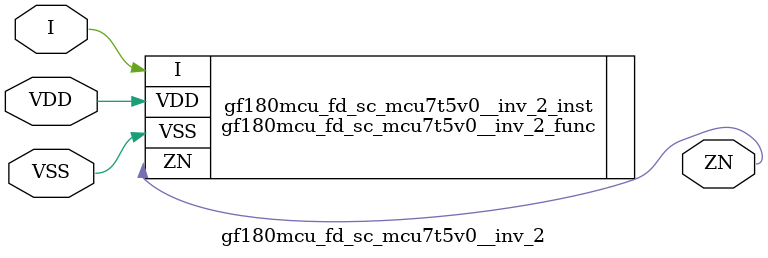
<source format=v>

module gf180mcu_fd_sc_mcu7t5v0__inv_2( I, ZN, VDD, VSS );
input I;
inout VDD, VSS;
output ZN;

   `ifdef FUNCTIONAL  //  functional //

	gf180mcu_fd_sc_mcu7t5v0__inv_2_func gf180mcu_fd_sc_mcu7t5v0__inv_2_behav_inst(.I(I),.ZN(ZN),.VDD(VDD),.VSS(VSS));

   `else

	gf180mcu_fd_sc_mcu7t5v0__inv_2_func gf180mcu_fd_sc_mcu7t5v0__inv_2_inst(.I(I),.ZN(ZN),.VDD(VDD),.VSS(VSS));

	// spec_gates_begin


	// spec_gates_end



   specify

	// specify_block_begin

	// comb arc I --> ZN
	 (I => ZN) = (1.0,1.0);

	// specify_block_end

   endspecify

   `endif

endmodule

</source>
